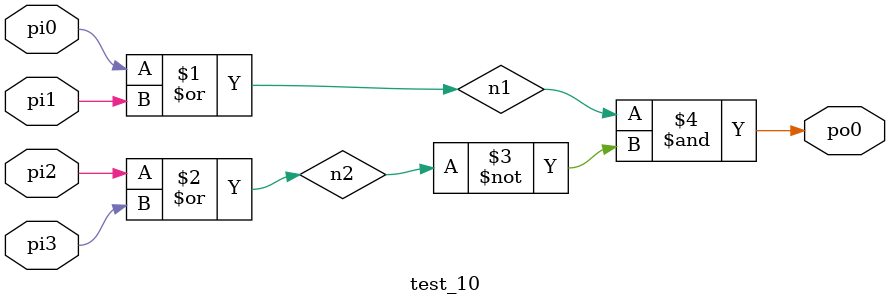
<source format=v>
module test_10 (
	pi0, pi1, pi2, pi3,
	po0);
  	input pi0, pi1, pi2, pi3;
  	output po0;
  	wire n1, n2;
	assign n1 = pi0 | pi1;
	assign n2 = pi2 | pi3;
	assign po0 = n1 & ~n2;
endmodule


</source>
